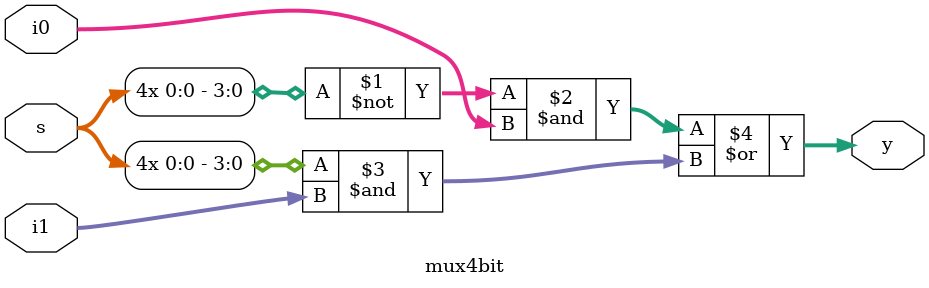
<source format=v>
`timescale 1ns / 1ps


module mux4bit(
    input [3:0] i0,
    input [3:0] i1,
    input s,
    output [3:0] y
    );
    
    assign y = (~{4{s}} & i0) | ({4{s}} & i1);
endmodule

</source>
